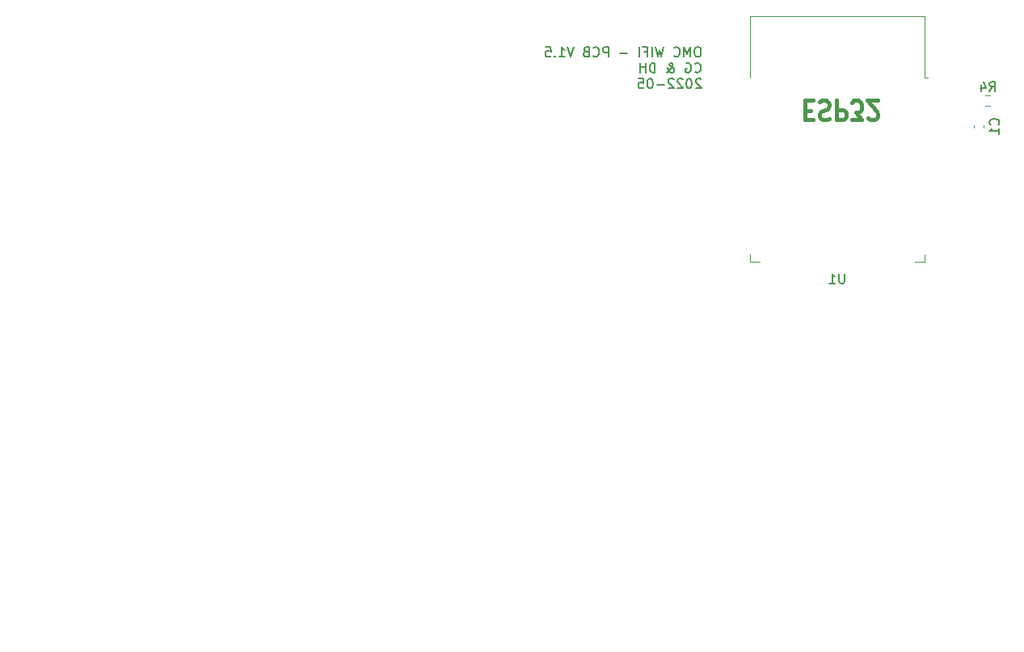
<source format=gbo>
G04 #@! TF.GenerationSoftware,KiCad,Pcbnew,(5.1.12)-1*
G04 #@! TF.CreationDate,2022-05-31T10:14:08-04:00*
G04 #@! TF.ProjectId,OMC_WIFI_PCB,4f4d435f-5749-4464-995f-5043422e6b69,rev?*
G04 #@! TF.SameCoordinates,Original*
G04 #@! TF.FileFunction,Legend,Bot*
G04 #@! TF.FilePolarity,Positive*
%FSLAX46Y46*%
G04 Gerber Fmt 4.6, Leading zero omitted, Abs format (unit mm)*
G04 Created by KiCad (PCBNEW (5.1.12)-1) date 2022-05-31 10:14:08*
%MOMM*%
%LPD*%
G01*
G04 APERTURE LIST*
%ADD10C,0.437500*%
%ADD11C,0.150000*%
%ADD12C,0.120000*%
%ADD13C,0.100000*%
%ADD14O,5.100000X7.100000*%
%ADD15O,1.800000X1.800000*%
%ADD16C,1.800000*%
%ADD17O,3.100000X3.100000*%
%ADD18C,3.216000*%
%ADD19C,1.750000*%
%ADD20C,2.400000*%
%ADD21C,3.100000*%
%ADD22C,2.450000*%
G04 APERTURE END LIST*
D10*
X659650000Y971557142D02*
X660233333Y971557142D01*
X660483333Y972604761D02*
X659650000Y972604761D01*
X659650000Y970604761D01*
X660483333Y970604761D01*
X661150000Y972509523D02*
X661400000Y972604761D01*
X661816666Y972604761D01*
X661983333Y972509523D01*
X662066666Y972414285D01*
X662150000Y972223809D01*
X662150000Y972033333D01*
X662066666Y971842857D01*
X661983333Y971747619D01*
X661816666Y971652380D01*
X661483333Y971557142D01*
X661316666Y971461904D01*
X661233333Y971366666D01*
X661150000Y971176190D01*
X661150000Y970985714D01*
X661233333Y970795238D01*
X661316666Y970700000D01*
X661483333Y970604761D01*
X661900000Y970604761D01*
X662150000Y970700000D01*
X662900000Y972604761D02*
X662900000Y970604761D01*
X663566666Y970604761D01*
X663733333Y970700000D01*
X663816666Y970795238D01*
X663900000Y970985714D01*
X663900000Y971271428D01*
X663816666Y971461904D01*
X663733333Y971557142D01*
X663566666Y971652380D01*
X662900000Y971652380D01*
X664483333Y970604761D02*
X665566666Y970604761D01*
X664983333Y971366666D01*
X665233333Y971366666D01*
X665400000Y971461904D01*
X665483333Y971557142D01*
X665566666Y971747619D01*
X665566666Y972223809D01*
X665483333Y972414285D01*
X665400000Y972509523D01*
X665233333Y972604761D01*
X664733333Y972604761D01*
X664566666Y972509523D01*
X664483333Y972414285D01*
X666233333Y970795238D02*
X666316666Y970700000D01*
X666483333Y970604761D01*
X666900000Y970604761D01*
X667066666Y970700000D01*
X667150000Y970795238D01*
X667233333Y970985714D01*
X667233333Y971176190D01*
X667150000Y971461904D01*
X666150000Y972604761D01*
X667233333Y972604761D01*
D11*
X648473928Y978197619D02*
X648283452Y978197619D01*
X648188214Y978150000D01*
X648092976Y978054761D01*
X648045357Y977864285D01*
X648045357Y977530952D01*
X648092976Y977340476D01*
X648188214Y977245238D01*
X648283452Y977197619D01*
X648473928Y977197619D01*
X648569166Y977245238D01*
X648664404Y977340476D01*
X648712023Y977530952D01*
X648712023Y977864285D01*
X648664404Y978054761D01*
X648569166Y978150000D01*
X648473928Y978197619D01*
X647616785Y977197619D02*
X647616785Y978197619D01*
X647283452Y977483333D01*
X646950119Y978197619D01*
X646950119Y977197619D01*
X645902500Y977292857D02*
X645950119Y977245238D01*
X646092976Y977197619D01*
X646188214Y977197619D01*
X646331071Y977245238D01*
X646426309Y977340476D01*
X646473928Y977435714D01*
X646521547Y977626190D01*
X646521547Y977769047D01*
X646473928Y977959523D01*
X646426309Y978054761D01*
X646331071Y978150000D01*
X646188214Y978197619D01*
X646092976Y978197619D01*
X645950119Y978150000D01*
X645902500Y978102380D01*
X644807261Y978197619D02*
X644569166Y977197619D01*
X644378690Y977911904D01*
X644188214Y977197619D01*
X643950119Y978197619D01*
X643569166Y977197619D02*
X643569166Y978197619D01*
X642759642Y977721428D02*
X643092976Y977721428D01*
X643092976Y977197619D02*
X643092976Y978197619D01*
X642616785Y978197619D01*
X642235833Y977197619D02*
X642235833Y978197619D01*
X640997738Y977578571D02*
X640235833Y977578571D01*
X638997738Y977197619D02*
X638997738Y978197619D01*
X638616785Y978197619D01*
X638521547Y978150000D01*
X638473928Y978102380D01*
X638426309Y978007142D01*
X638426309Y977864285D01*
X638473928Y977769047D01*
X638521547Y977721428D01*
X638616785Y977673809D01*
X638997738Y977673809D01*
X637426309Y977292857D02*
X637473928Y977245238D01*
X637616785Y977197619D01*
X637712023Y977197619D01*
X637854880Y977245238D01*
X637950119Y977340476D01*
X637997738Y977435714D01*
X638045357Y977626190D01*
X638045357Y977769047D01*
X637997738Y977959523D01*
X637950119Y978054761D01*
X637854880Y978150000D01*
X637712023Y978197619D01*
X637616785Y978197619D01*
X637473928Y978150000D01*
X637426309Y978102380D01*
X636664404Y977721428D02*
X636521547Y977673809D01*
X636473928Y977626190D01*
X636426309Y977530952D01*
X636426309Y977388095D01*
X636473928Y977292857D01*
X636521547Y977245238D01*
X636616785Y977197619D01*
X636997738Y977197619D01*
X636997738Y978197619D01*
X636664404Y978197619D01*
X636569166Y978150000D01*
X636521547Y978102380D01*
X636473928Y978007142D01*
X636473928Y977911904D01*
X636521547Y977816666D01*
X636569166Y977769047D01*
X636664404Y977721428D01*
X636997738Y977721428D01*
X635378690Y978197619D02*
X635045357Y977197619D01*
X634712023Y978197619D01*
X633854880Y977197619D02*
X634426309Y977197619D01*
X634140595Y977197619D02*
X634140595Y978197619D01*
X634235833Y978054761D01*
X634331071Y977959523D01*
X634426309Y977911904D01*
X633426309Y977292857D02*
X633378690Y977245238D01*
X633426309Y977197619D01*
X633473928Y977245238D01*
X633426309Y977292857D01*
X633426309Y977197619D01*
X632473928Y978197619D02*
X632950119Y978197619D01*
X632997738Y977721428D01*
X632950119Y977769047D01*
X632854880Y977816666D01*
X632616785Y977816666D01*
X632521547Y977769047D01*
X632473928Y977721428D01*
X632426309Y977626190D01*
X632426309Y977388095D01*
X632473928Y977292857D01*
X632521547Y977245238D01*
X632616785Y977197619D01*
X632854880Y977197619D01*
X632950119Y977245238D01*
X632997738Y977292857D01*
X648092976Y975642857D02*
X648140595Y975595238D01*
X648283452Y975547619D01*
X648378690Y975547619D01*
X648521547Y975595238D01*
X648616785Y975690476D01*
X648664404Y975785714D01*
X648712023Y975976190D01*
X648712023Y976119047D01*
X648664404Y976309523D01*
X648616785Y976404761D01*
X648521547Y976500000D01*
X648378690Y976547619D01*
X648283452Y976547619D01*
X648140595Y976500000D01*
X648092976Y976452380D01*
X647140595Y976500000D02*
X647235833Y976547619D01*
X647378690Y976547619D01*
X647521547Y976500000D01*
X647616785Y976404761D01*
X647664404Y976309523D01*
X647712023Y976119047D01*
X647712023Y975976190D01*
X647664404Y975785714D01*
X647616785Y975690476D01*
X647521547Y975595238D01*
X647378690Y975547619D01*
X647283452Y975547619D01*
X647140595Y975595238D01*
X647092976Y975642857D01*
X647092976Y975976190D01*
X647283452Y975976190D01*
X645092976Y975547619D02*
X645140595Y975547619D01*
X645235833Y975595238D01*
X645378690Y975738095D01*
X645616785Y976023809D01*
X645712023Y976166666D01*
X645759642Y976309523D01*
X645759642Y976404761D01*
X645712023Y976500000D01*
X645616785Y976547619D01*
X645569166Y976547619D01*
X645473928Y976500000D01*
X645426309Y976404761D01*
X645426309Y976357142D01*
X645473928Y976261904D01*
X645521547Y976214285D01*
X645807261Y976023809D01*
X645854880Y975976190D01*
X645902500Y975880952D01*
X645902500Y975738095D01*
X645854880Y975642857D01*
X645807261Y975595238D01*
X645712023Y975547619D01*
X645569166Y975547619D01*
X645473928Y975595238D01*
X645426309Y975642857D01*
X645283452Y975833333D01*
X645235833Y975976190D01*
X645235833Y976071428D01*
X643902500Y975547619D02*
X643902500Y976547619D01*
X643664404Y976547619D01*
X643521547Y976500000D01*
X643426309Y976404761D01*
X643378690Y976309523D01*
X643331071Y976119047D01*
X643331071Y975976190D01*
X643378690Y975785714D01*
X643426309Y975690476D01*
X643521547Y975595238D01*
X643664404Y975547619D01*
X643902500Y975547619D01*
X642902500Y975547619D02*
X642902500Y976547619D01*
X642902500Y976071428D02*
X642331071Y976071428D01*
X642331071Y975547619D02*
X642331071Y976547619D01*
X648712023Y974802380D02*
X648664404Y974850000D01*
X648569166Y974897619D01*
X648331071Y974897619D01*
X648235833Y974850000D01*
X648188214Y974802380D01*
X648140595Y974707142D01*
X648140595Y974611904D01*
X648188214Y974469047D01*
X648759642Y973897619D01*
X648140595Y973897619D01*
X647521547Y974897619D02*
X647426309Y974897619D01*
X647331071Y974850000D01*
X647283452Y974802380D01*
X647235833Y974707142D01*
X647188214Y974516666D01*
X647188214Y974278571D01*
X647235833Y974088095D01*
X647283452Y973992857D01*
X647331071Y973945238D01*
X647426309Y973897619D01*
X647521547Y973897619D01*
X647616785Y973945238D01*
X647664404Y973992857D01*
X647712023Y974088095D01*
X647759642Y974278571D01*
X647759642Y974516666D01*
X647712023Y974707142D01*
X647664404Y974802380D01*
X647616785Y974850000D01*
X647521547Y974897619D01*
X646807261Y974802380D02*
X646759642Y974850000D01*
X646664404Y974897619D01*
X646426309Y974897619D01*
X646331071Y974850000D01*
X646283452Y974802380D01*
X646235833Y974707142D01*
X646235833Y974611904D01*
X646283452Y974469047D01*
X646854880Y973897619D01*
X646235833Y973897619D01*
X645854880Y974802380D02*
X645807261Y974850000D01*
X645712023Y974897619D01*
X645473928Y974897619D01*
X645378690Y974850000D01*
X645331071Y974802380D01*
X645283452Y974707142D01*
X645283452Y974611904D01*
X645331071Y974469047D01*
X645902500Y973897619D01*
X645283452Y973897619D01*
X644854880Y974278571D02*
X644092976Y974278571D01*
X643426309Y974897619D02*
X643331071Y974897619D01*
X643235833Y974850000D01*
X643188214Y974802380D01*
X643140595Y974707142D01*
X643092976Y974516666D01*
X643092976Y974278571D01*
X643140595Y974088095D01*
X643188214Y973992857D01*
X643235833Y973945238D01*
X643331071Y973897619D01*
X643426309Y973897619D01*
X643521547Y973945238D01*
X643569166Y973992857D01*
X643616785Y974088095D01*
X643664404Y974278571D01*
X643664404Y974516666D01*
X643616785Y974707142D01*
X643569166Y974802380D01*
X643521547Y974850000D01*
X643426309Y974897619D01*
X642188214Y974897619D02*
X642664404Y974897619D01*
X642712023Y974421428D01*
X642664404Y974469047D01*
X642569166Y974516666D01*
X642331071Y974516666D01*
X642235833Y974469047D01*
X642188214Y974421428D01*
X642140595Y974326190D01*
X642140595Y974088095D01*
X642188214Y973992857D01*
X642235833Y973945238D01*
X642331071Y973897619D01*
X642569166Y973897619D01*
X642664404Y973945238D01*
X642712023Y973992857D01*
D12*
X594500000Y936500000D02*
X581900000Y936500000D01*
X594500000Y928500000D02*
X592200000Y920500000D01*
X584200000Y920500000D02*
X581900000Y928500000D01*
X581900000Y928500000D02*
G75*
G02*
X581900000Y936500000I0J4000000D01*
G01*
X594500000Y936500000D02*
G75*
G02*
X594500000Y928500000I0J-4000000D01*
G01*
X592200000Y920500000D02*
G75*
G02*
X584200000Y920500000I-4000000J0D01*
G01*
X679042224Y972077500D02*
X678532776Y972077500D01*
X679042224Y973122500D02*
X678532776Y973122500D01*
X678360000Y970046267D02*
X678360000Y969753733D01*
X677340000Y970046267D02*
X677340000Y969753733D01*
X672120000Y956495000D02*
X672120000Y955715000D01*
X672120000Y955715000D02*
X671120000Y955715000D01*
X653880000Y956495000D02*
X653880000Y955715000D01*
X653880000Y955715000D02*
X654880000Y955715000D01*
X672120000Y981460000D02*
X653880000Y981460000D01*
X653880000Y981460000D02*
X653880000Y975040000D01*
X672120000Y981460000D02*
X672120000Y975040000D01*
X672120000Y975040000D02*
X672500000Y975040000D01*
D11*
X678954166Y973577619D02*
X679287500Y974053809D01*
X679525595Y973577619D02*
X679525595Y974577619D01*
X679144642Y974577619D01*
X679049404Y974530000D01*
X679001785Y974482380D01*
X678954166Y974387142D01*
X678954166Y974244285D01*
X679001785Y974149047D01*
X679049404Y974101428D01*
X679144642Y974053809D01*
X679525595Y974053809D01*
X678097023Y974244285D02*
X678097023Y973577619D01*
X678335119Y974625238D02*
X678573214Y973910952D01*
X677954166Y973910952D01*
X679857142Y970066666D02*
X679904761Y970114285D01*
X679952380Y970257142D01*
X679952380Y970352380D01*
X679904761Y970495238D01*
X679809523Y970590476D01*
X679714285Y970638095D01*
X679523809Y970685714D01*
X679380952Y970685714D01*
X679190476Y970638095D01*
X679095238Y970590476D01*
X679000000Y970495238D01*
X678952380Y970352380D01*
X678952380Y970257142D01*
X679000000Y970114285D01*
X679047619Y970066666D01*
X679952380Y969114285D02*
X679952380Y969685714D01*
X679952380Y969400000D02*
X678952380Y969400000D01*
X679095238Y969495238D01*
X679190476Y969590476D01*
X679238095Y969685714D01*
X663761904Y954447619D02*
X663761904Y953638095D01*
X663714285Y953542857D01*
X663666666Y953495238D01*
X663571428Y953447619D01*
X663380952Y953447619D01*
X663285714Y953495238D01*
X663238095Y953542857D01*
X663190476Y953638095D01*
X663190476Y954447619D01*
X662190476Y953447619D02*
X662761904Y953447619D01*
X662476190Y953447619D02*
X662476190Y954447619D01*
X662571428Y954304761D01*
X662666666Y954209523D01*
X662761904Y954161904D01*
%LPC*%
D13*
G36*
X632000000Y955900000D02*
G01*
X652000000Y955900000D01*
X657000000Y950600000D01*
X657000000Y942500000D01*
X646200000Y931900000D01*
X632000000Y931900000D01*
X622400000Y922500000D01*
X608600000Y922500000D01*
X608600000Y914700000D01*
X576000000Y914700000D01*
X576000000Y966200000D01*
X621000000Y966200000D01*
X632000000Y955900000D01*
G37*
X632000000Y955900000D02*
X652000000Y955900000D01*
X657000000Y950600000D01*
X657000000Y942500000D01*
X646200000Y931900000D01*
X632000000Y931900000D01*
X622400000Y922500000D01*
X608600000Y922500000D01*
X608600000Y914700000D01*
X576000000Y914700000D01*
X576000000Y966200000D01*
X621000000Y966200000D01*
X632000000Y955900000D01*
G36*
G01*
X602750000Y953658063D02*
X602750000Y956341937D01*
G75*
G02*
X603008063Y956600000I258063J0D01*
G01*
X605691937Y956600000D01*
G75*
G02*
X605950000Y956341937I0J-258063D01*
G01*
X605950000Y953658063D01*
G75*
G02*
X605691937Y953400000I-258063J0D01*
G01*
X603008063Y953400000D01*
G75*
G02*
X602750000Y953658063I0J258063D01*
G01*
G37*
G36*
G01*
X602750000Y945858063D02*
X602750000Y948541937D01*
G75*
G02*
X603008063Y948800000I258063J0D01*
G01*
X605691937Y948800000D01*
G75*
G02*
X605950000Y948541937I0J-258063D01*
G01*
X605950000Y945858063D01*
G75*
G02*
X605691937Y945600000I-258063J0D01*
G01*
X603008063Y945600000D01*
G75*
G02*
X602750000Y945858063I0J258063D01*
G01*
G37*
G36*
G01*
X577500000Y952375000D02*
X577500000Y954425000D01*
G75*
G02*
X578525000Y955450000I1025000J0D01*
G01*
X585075000Y955450000D01*
G75*
G02*
X586100000Y954425000I0J-1025000D01*
G01*
X586100000Y952375000D01*
G75*
G02*
X585075000Y951350000I-1025000J0D01*
G01*
X578525000Y951350000D01*
G75*
G02*
X577500000Y952375000I0J1025000D01*
G01*
G37*
G36*
G01*
X590300000Y952375000D02*
X590300000Y954425000D01*
G75*
G02*
X591325000Y955450000I1025000J0D01*
G01*
X597875000Y955450000D01*
G75*
G02*
X598900000Y954425000I0J-1025000D01*
G01*
X598900000Y952375000D01*
G75*
G02*
X597875000Y951350000I-1025000J0D01*
G01*
X591325000Y951350000D01*
G75*
G02*
X590300000Y952375000I0J1025000D01*
G01*
G37*
G36*
G01*
X583900000Y946175000D02*
X583900000Y948225000D01*
G75*
G02*
X584925000Y949250000I1025000J0D01*
G01*
X591475000Y949250000D01*
G75*
G02*
X592500000Y948225000I0J-1025000D01*
G01*
X592500000Y946175000D01*
G75*
G02*
X591475000Y945150000I-1025000J0D01*
G01*
X584925000Y945150000D01*
G75*
G02*
X583900000Y946175000I0J1025000D01*
G01*
G37*
D14*
X594500000Y932600000D03*
X581900000Y932500000D03*
X588200000Y920600000D03*
D15*
X663350000Y948650000D03*
X663350000Y946110000D03*
X663350000Y943570000D03*
X663350000Y941030000D03*
X663350000Y938490000D03*
G36*
G01*
X664250000Y936800000D02*
X664250000Y935100000D01*
G75*
G02*
X664200000Y935050000I-50000J0D01*
G01*
X662500000Y935050000D01*
G75*
G02*
X662450000Y935100000I0J50000D01*
G01*
X662450000Y936800000D01*
G75*
G02*
X662500000Y936850000I50000J0D01*
G01*
X664200000Y936850000D01*
G75*
G02*
X664250000Y936800000I0J-50000D01*
G01*
G37*
X673450000Y946110000D03*
X673450000Y943570000D03*
X673450000Y941030000D03*
X673450000Y948650000D03*
X673450000Y938490000D03*
G36*
G01*
X674350000Y936800000D02*
X674350000Y935100000D01*
G75*
G02*
X674300000Y935050000I-50000J0D01*
G01*
X672600000Y935050000D01*
G75*
G02*
X672550000Y935100000I0J50000D01*
G01*
X672550000Y936800000D01*
G75*
G02*
X672600000Y936850000I50000J0D01*
G01*
X674300000Y936850000D01*
G75*
G02*
X674350000Y936800000I0J-50000D01*
G01*
G37*
G36*
G01*
X679100000Y952550000D02*
X679100000Y954250000D01*
G75*
G02*
X679150000Y954300000I50000J0D01*
G01*
X680850000Y954300000D01*
G75*
G02*
X680900000Y954250000I0J-50000D01*
G01*
X680900000Y952550000D01*
G75*
G02*
X680850000Y952500000I-50000J0D01*
G01*
X679150000Y952500000D01*
G75*
G02*
X679100000Y952550000I0J50000D01*
G01*
G37*
X636330000Y918900000D03*
X633790000Y918900000D03*
G36*
G01*
X632100000Y918000000D02*
X630400000Y918000000D01*
G75*
G02*
X630350000Y918050000I0J50000D01*
G01*
X630350000Y919750000D01*
G75*
G02*
X630400000Y919800000I50000J0D01*
G01*
X632100000Y919800000D01*
G75*
G02*
X632150000Y919750000I0J-50000D01*
G01*
X632150000Y918050000D01*
G75*
G02*
X632100000Y918000000I-50000J0D01*
G01*
G37*
D16*
X675550000Y962050000D03*
X675550000Y964550000D03*
X675550000Y967050000D03*
X675550000Y969550000D03*
D17*
X612800000Y973400000D03*
X612800000Y968320000D03*
X612800000Y963280000D03*
G36*
G01*
X611250000Y956660000D02*
X611250000Y959660000D01*
G75*
G02*
X611300000Y959710000I50000J0D01*
G01*
X614300000Y959710000D01*
G75*
G02*
X614350000Y959660000I0J-50000D01*
G01*
X614350000Y956660000D01*
G75*
G02*
X614300000Y956610000I-50000J0D01*
G01*
X611300000Y956610000D01*
G75*
G02*
X611250000Y956660000I0J50000D01*
G01*
G37*
D18*
X611300000Y944350000D03*
X621400000Y926550000D03*
X618900000Y944350000D03*
D19*
X634100000Y940550000D03*
X634100000Y930350000D03*
D18*
X636600000Y935450000D03*
G36*
G01*
X678412500Y972862500D02*
X678412500Y972337500D01*
G75*
G02*
X678150000Y972075000I-262500J0D01*
G01*
X677600000Y972075000D01*
G75*
G02*
X677337500Y972337500I0J262500D01*
G01*
X677337500Y972862500D01*
G75*
G02*
X677600000Y973125000I262500J0D01*
G01*
X678150000Y973125000D01*
G75*
G02*
X678412500Y972862500I0J-262500D01*
G01*
G37*
G36*
G01*
X680237500Y972862500D02*
X680237500Y972337500D01*
G75*
G02*
X679975000Y972075000I-262500J0D01*
G01*
X679425000Y972075000D01*
G75*
G02*
X679162500Y972337500I0J262500D01*
G01*
X679162500Y972862500D01*
G75*
G02*
X679425000Y973125000I262500J0D01*
G01*
X679975000Y973125000D01*
G75*
G02*
X680237500Y972862500I0J-262500D01*
G01*
G37*
D15*
X664700000Y922200000D03*
G36*
G01*
X665600000Y920510000D02*
X665600000Y918810000D01*
G75*
G02*
X665550000Y918760000I-50000J0D01*
G01*
X663850000Y918760000D01*
G75*
G02*
X663800000Y918810000I0J50000D01*
G01*
X663800000Y920510000D01*
G75*
G02*
X663850000Y920560000I50000J0D01*
G01*
X665550000Y920560000D01*
G75*
G02*
X665600000Y920510000I0J-50000D01*
G01*
G37*
G36*
G01*
X677587500Y969625000D02*
X678112500Y969625000D01*
G75*
G02*
X678375000Y969362500I0J-262500D01*
G01*
X678375000Y968712500D01*
G75*
G02*
X678112500Y968450000I-262500J0D01*
G01*
X677587500Y968450000D01*
G75*
G02*
X677325000Y968712500I0J262500D01*
G01*
X677325000Y969362500D01*
G75*
G02*
X677587500Y969625000I262500J0D01*
G01*
G37*
G36*
G01*
X677587500Y971350000D02*
X678112500Y971350000D01*
G75*
G02*
X678375000Y971087500I0J-262500D01*
G01*
X678375000Y970437500D01*
G75*
G02*
X678112500Y970175000I-262500J0D01*
G01*
X677587500Y970175000D01*
G75*
G02*
X677325000Y970437500I0J262500D01*
G01*
X677325000Y971087500D01*
G75*
G02*
X677587500Y971350000I262500J0D01*
G01*
G37*
D20*
X659000000Y917950000D03*
G36*
G01*
X652300000Y948900000D02*
X655300000Y948900000D01*
G75*
G02*
X655350000Y948850000I0J-50000D01*
G01*
X655350000Y945850000D01*
G75*
G02*
X655300000Y945800000I-50000J0D01*
G01*
X652300000Y945800000D01*
G75*
G02*
X652250000Y945850000I0J50000D01*
G01*
X652250000Y948850000D01*
G75*
G02*
X652300000Y948900000I50000J0D01*
G01*
G37*
D21*
X648800000Y947350000D03*
D20*
X643600000Y917950000D03*
D15*
X664700000Y931380000D03*
X664700000Y928840000D03*
G36*
G01*
X665600000Y927150000D02*
X665600000Y925450000D01*
G75*
G02*
X665550000Y925400000I-50000J0D01*
G01*
X663850000Y925400000D01*
G75*
G02*
X663800000Y925450000I0J50000D01*
G01*
X663800000Y927150000D01*
G75*
G02*
X663850000Y927200000I50000J0D01*
G01*
X665550000Y927200000D01*
G75*
G02*
X665600000Y927150000I0J-50000D01*
G01*
G37*
D22*
X604500000Y918450000D03*
X604500000Y923450000D03*
X604500000Y938450000D03*
X604500000Y933450000D03*
D15*
X676850000Y931400000D03*
X676850000Y928860000D03*
X676850000Y926320000D03*
X676850000Y923780000D03*
X676850000Y921240000D03*
G36*
G01*
X677750000Y919550000D02*
X677750000Y917850000D01*
G75*
G02*
X677700000Y917800000I-50000J0D01*
G01*
X676000000Y917800000D01*
G75*
G02*
X675950000Y917850000I0J50000D01*
G01*
X675950000Y919550000D01*
G75*
G02*
X676000000Y919600000I50000J0D01*
G01*
X677700000Y919600000D01*
G75*
G02*
X677750000Y919550000I0J-50000D01*
G01*
G37*
G36*
G01*
X655550000Y974300000D02*
X655550000Y973400000D01*
G75*
G02*
X655500000Y973350000I-50000J0D01*
G01*
X653500000Y973350000D01*
G75*
G02*
X653450000Y973400000I0J50000D01*
G01*
X653450000Y974300000D01*
G75*
G02*
X653500000Y974350000I50000J0D01*
G01*
X655500000Y974350000D01*
G75*
G02*
X655550000Y974300000I0J-50000D01*
G01*
G37*
G36*
G01*
X655550000Y973030000D02*
X655550000Y972130000D01*
G75*
G02*
X655500000Y972080000I-50000J0D01*
G01*
X653500000Y972080000D01*
G75*
G02*
X653450000Y972130000I0J50000D01*
G01*
X653450000Y973030000D01*
G75*
G02*
X653500000Y973080000I50000J0D01*
G01*
X655500000Y973080000D01*
G75*
G02*
X655550000Y973030000I0J-50000D01*
G01*
G37*
G36*
G01*
X655550000Y971760000D02*
X655550000Y970860000D01*
G75*
G02*
X655500000Y970810000I-50000J0D01*
G01*
X653500000Y970810000D01*
G75*
G02*
X653450000Y970860000I0J50000D01*
G01*
X653450000Y971760000D01*
G75*
G02*
X653500000Y971810000I50000J0D01*
G01*
X655500000Y971810000D01*
G75*
G02*
X655550000Y971760000I0J-50000D01*
G01*
G37*
G36*
G01*
X655550000Y970490000D02*
X655550000Y969590000D01*
G75*
G02*
X655500000Y969540000I-50000J0D01*
G01*
X653500000Y969540000D01*
G75*
G02*
X653450000Y969590000I0J50000D01*
G01*
X653450000Y970490000D01*
G75*
G02*
X653500000Y970540000I50000J0D01*
G01*
X655500000Y970540000D01*
G75*
G02*
X655550000Y970490000I0J-50000D01*
G01*
G37*
G36*
G01*
X655550000Y969220000D02*
X655550000Y968320000D01*
G75*
G02*
X655500000Y968270000I-50000J0D01*
G01*
X653500000Y968270000D01*
G75*
G02*
X653450000Y968320000I0J50000D01*
G01*
X653450000Y969220000D01*
G75*
G02*
X653500000Y969270000I50000J0D01*
G01*
X655500000Y969270000D01*
G75*
G02*
X655550000Y969220000I0J-50000D01*
G01*
G37*
G36*
G01*
X655550000Y967950000D02*
X655550000Y967050000D01*
G75*
G02*
X655500000Y967000000I-50000J0D01*
G01*
X653500000Y967000000D01*
G75*
G02*
X653450000Y967050000I0J50000D01*
G01*
X653450000Y967950000D01*
G75*
G02*
X653500000Y968000000I50000J0D01*
G01*
X655500000Y968000000D01*
G75*
G02*
X655550000Y967950000I0J-50000D01*
G01*
G37*
G36*
G01*
X655550000Y966680000D02*
X655550000Y965780000D01*
G75*
G02*
X655500000Y965730000I-50000J0D01*
G01*
X653500000Y965730000D01*
G75*
G02*
X653450000Y965780000I0J50000D01*
G01*
X653450000Y966680000D01*
G75*
G02*
X653500000Y966730000I50000J0D01*
G01*
X655500000Y966730000D01*
G75*
G02*
X655550000Y966680000I0J-50000D01*
G01*
G37*
G36*
G01*
X655550000Y965410000D02*
X655550000Y964510000D01*
G75*
G02*
X655500000Y964460000I-50000J0D01*
G01*
X653500000Y964460000D01*
G75*
G02*
X653450000Y964510000I0J50000D01*
G01*
X653450000Y965410000D01*
G75*
G02*
X653500000Y965460000I50000J0D01*
G01*
X655500000Y965460000D01*
G75*
G02*
X655550000Y965410000I0J-50000D01*
G01*
G37*
G36*
G01*
X655550000Y964140000D02*
X655550000Y963240000D01*
G75*
G02*
X655500000Y963190000I-50000J0D01*
G01*
X653500000Y963190000D01*
G75*
G02*
X653450000Y963240000I0J50000D01*
G01*
X653450000Y964140000D01*
G75*
G02*
X653500000Y964190000I50000J0D01*
G01*
X655500000Y964190000D01*
G75*
G02*
X655550000Y964140000I0J-50000D01*
G01*
G37*
G36*
G01*
X655550000Y962870000D02*
X655550000Y961970000D01*
G75*
G02*
X655500000Y961920000I-50000J0D01*
G01*
X653500000Y961920000D01*
G75*
G02*
X653450000Y961970000I0J50000D01*
G01*
X653450000Y962870000D01*
G75*
G02*
X653500000Y962920000I50000J0D01*
G01*
X655500000Y962920000D01*
G75*
G02*
X655550000Y962870000I0J-50000D01*
G01*
G37*
G36*
G01*
X655550000Y961600000D02*
X655550000Y960700000D01*
G75*
G02*
X655500000Y960650000I-50000J0D01*
G01*
X653500000Y960650000D01*
G75*
G02*
X653450000Y960700000I0J50000D01*
G01*
X653450000Y961600000D01*
G75*
G02*
X653500000Y961650000I50000J0D01*
G01*
X655500000Y961650000D01*
G75*
G02*
X655550000Y961600000I0J-50000D01*
G01*
G37*
G36*
G01*
X655550000Y960330000D02*
X655550000Y959430000D01*
G75*
G02*
X655500000Y959380000I-50000J0D01*
G01*
X653500000Y959380000D01*
G75*
G02*
X653450000Y959430000I0J50000D01*
G01*
X653450000Y960330000D01*
G75*
G02*
X653500000Y960380000I50000J0D01*
G01*
X655500000Y960380000D01*
G75*
G02*
X655550000Y960330000I0J-50000D01*
G01*
G37*
G36*
G01*
X655550000Y959060000D02*
X655550000Y958160000D01*
G75*
G02*
X655500000Y958110000I-50000J0D01*
G01*
X653500000Y958110000D01*
G75*
G02*
X653450000Y958160000I0J50000D01*
G01*
X653450000Y959060000D01*
G75*
G02*
X653500000Y959110000I50000J0D01*
G01*
X655500000Y959110000D01*
G75*
G02*
X655550000Y959060000I0J-50000D01*
G01*
G37*
G36*
G01*
X655550000Y957790000D02*
X655550000Y956890000D01*
G75*
G02*
X655500000Y956840000I-50000J0D01*
G01*
X653500000Y956840000D01*
G75*
G02*
X653450000Y956890000I0J50000D01*
G01*
X653450000Y957790000D01*
G75*
G02*
X653500000Y957840000I50000J0D01*
G01*
X655500000Y957840000D01*
G75*
G02*
X655550000Y957790000I0J-50000D01*
G01*
G37*
G36*
G01*
X657735000Y955290000D02*
X656835000Y955290000D01*
G75*
G02*
X656785000Y955340000I0J50000D01*
G01*
X656785000Y957340000D01*
G75*
G02*
X656835000Y957390000I50000J0D01*
G01*
X657735000Y957390000D01*
G75*
G02*
X657785000Y957340000I0J-50000D01*
G01*
X657785000Y955340000D01*
G75*
G02*
X657735000Y955290000I-50000J0D01*
G01*
G37*
G36*
G01*
X659005000Y955290000D02*
X658105000Y955290000D01*
G75*
G02*
X658055000Y955340000I0J50000D01*
G01*
X658055000Y957340000D01*
G75*
G02*
X658105000Y957390000I50000J0D01*
G01*
X659005000Y957390000D01*
G75*
G02*
X659055000Y957340000I0J-50000D01*
G01*
X659055000Y955340000D01*
G75*
G02*
X659005000Y955290000I-50000J0D01*
G01*
G37*
G36*
G01*
X660275000Y955290000D02*
X659375000Y955290000D01*
G75*
G02*
X659325000Y955340000I0J50000D01*
G01*
X659325000Y957340000D01*
G75*
G02*
X659375000Y957390000I50000J0D01*
G01*
X660275000Y957390000D01*
G75*
G02*
X660325000Y957340000I0J-50000D01*
G01*
X660325000Y955340000D01*
G75*
G02*
X660275000Y955290000I-50000J0D01*
G01*
G37*
G36*
G01*
X661545000Y955290000D02*
X660645000Y955290000D01*
G75*
G02*
X660595000Y955340000I0J50000D01*
G01*
X660595000Y957340000D01*
G75*
G02*
X660645000Y957390000I50000J0D01*
G01*
X661545000Y957390000D01*
G75*
G02*
X661595000Y957340000I0J-50000D01*
G01*
X661595000Y955340000D01*
G75*
G02*
X661545000Y955290000I-50000J0D01*
G01*
G37*
G36*
G01*
X662815000Y955290000D02*
X661915000Y955290000D01*
G75*
G02*
X661865000Y955340000I0J50000D01*
G01*
X661865000Y957340000D01*
G75*
G02*
X661915000Y957390000I50000J0D01*
G01*
X662815000Y957390000D01*
G75*
G02*
X662865000Y957340000I0J-50000D01*
G01*
X662865000Y955340000D01*
G75*
G02*
X662815000Y955290000I-50000J0D01*
G01*
G37*
G36*
G01*
X664085000Y955290000D02*
X663185000Y955290000D01*
G75*
G02*
X663135000Y955340000I0J50000D01*
G01*
X663135000Y957340000D01*
G75*
G02*
X663185000Y957390000I50000J0D01*
G01*
X664085000Y957390000D01*
G75*
G02*
X664135000Y957340000I0J-50000D01*
G01*
X664135000Y955340000D01*
G75*
G02*
X664085000Y955290000I-50000J0D01*
G01*
G37*
G36*
G01*
X665355000Y955290000D02*
X664455000Y955290000D01*
G75*
G02*
X664405000Y955340000I0J50000D01*
G01*
X664405000Y957340000D01*
G75*
G02*
X664455000Y957390000I50000J0D01*
G01*
X665355000Y957390000D01*
G75*
G02*
X665405000Y957340000I0J-50000D01*
G01*
X665405000Y955340000D01*
G75*
G02*
X665355000Y955290000I-50000J0D01*
G01*
G37*
G36*
G01*
X666625000Y955290000D02*
X665725000Y955290000D01*
G75*
G02*
X665675000Y955340000I0J50000D01*
G01*
X665675000Y957340000D01*
G75*
G02*
X665725000Y957390000I50000J0D01*
G01*
X666625000Y957390000D01*
G75*
G02*
X666675000Y957340000I0J-50000D01*
G01*
X666675000Y955340000D01*
G75*
G02*
X666625000Y955290000I-50000J0D01*
G01*
G37*
G36*
G01*
X667895000Y955290000D02*
X666995000Y955290000D01*
G75*
G02*
X666945000Y955340000I0J50000D01*
G01*
X666945000Y957340000D01*
G75*
G02*
X666995000Y957390000I50000J0D01*
G01*
X667895000Y957390000D01*
G75*
G02*
X667945000Y957340000I0J-50000D01*
G01*
X667945000Y955340000D01*
G75*
G02*
X667895000Y955290000I-50000J0D01*
G01*
G37*
G36*
G01*
X669165000Y955290000D02*
X668265000Y955290000D01*
G75*
G02*
X668215000Y955340000I0J50000D01*
G01*
X668215000Y957340000D01*
G75*
G02*
X668265000Y957390000I50000J0D01*
G01*
X669165000Y957390000D01*
G75*
G02*
X669215000Y957340000I0J-50000D01*
G01*
X669215000Y955340000D01*
G75*
G02*
X669165000Y955290000I-50000J0D01*
G01*
G37*
G36*
G01*
X672550000Y957790000D02*
X672550000Y956890000D01*
G75*
G02*
X672500000Y956840000I-50000J0D01*
G01*
X670500000Y956840000D01*
G75*
G02*
X670450000Y956890000I0J50000D01*
G01*
X670450000Y957790000D01*
G75*
G02*
X670500000Y957840000I50000J0D01*
G01*
X672500000Y957840000D01*
G75*
G02*
X672550000Y957790000I0J-50000D01*
G01*
G37*
G36*
G01*
X672550000Y959060000D02*
X672550000Y958160000D01*
G75*
G02*
X672500000Y958110000I-50000J0D01*
G01*
X670500000Y958110000D01*
G75*
G02*
X670450000Y958160000I0J50000D01*
G01*
X670450000Y959060000D01*
G75*
G02*
X670500000Y959110000I50000J0D01*
G01*
X672500000Y959110000D01*
G75*
G02*
X672550000Y959060000I0J-50000D01*
G01*
G37*
G36*
G01*
X672550000Y960330000D02*
X672550000Y959430000D01*
G75*
G02*
X672500000Y959380000I-50000J0D01*
G01*
X670500000Y959380000D01*
G75*
G02*
X670450000Y959430000I0J50000D01*
G01*
X670450000Y960330000D01*
G75*
G02*
X670500000Y960380000I50000J0D01*
G01*
X672500000Y960380000D01*
G75*
G02*
X672550000Y960330000I0J-50000D01*
G01*
G37*
G36*
G01*
X672550000Y961600000D02*
X672550000Y960700000D01*
G75*
G02*
X672500000Y960650000I-50000J0D01*
G01*
X670500000Y960650000D01*
G75*
G02*
X670450000Y960700000I0J50000D01*
G01*
X670450000Y961600000D01*
G75*
G02*
X670500000Y961650000I50000J0D01*
G01*
X672500000Y961650000D01*
G75*
G02*
X672550000Y961600000I0J-50000D01*
G01*
G37*
G36*
G01*
X672550000Y962870000D02*
X672550000Y961970000D01*
G75*
G02*
X672500000Y961920000I-50000J0D01*
G01*
X670500000Y961920000D01*
G75*
G02*
X670450000Y961970000I0J50000D01*
G01*
X670450000Y962870000D01*
G75*
G02*
X670500000Y962920000I50000J0D01*
G01*
X672500000Y962920000D01*
G75*
G02*
X672550000Y962870000I0J-50000D01*
G01*
G37*
G36*
G01*
X672550000Y964140000D02*
X672550000Y963240000D01*
G75*
G02*
X672500000Y963190000I-50000J0D01*
G01*
X670500000Y963190000D01*
G75*
G02*
X670450000Y963240000I0J50000D01*
G01*
X670450000Y964140000D01*
G75*
G02*
X670500000Y964190000I50000J0D01*
G01*
X672500000Y964190000D01*
G75*
G02*
X672550000Y964140000I0J-50000D01*
G01*
G37*
G36*
G01*
X672550000Y965410000D02*
X672550000Y964510000D01*
G75*
G02*
X672500000Y964460000I-50000J0D01*
G01*
X670500000Y964460000D01*
G75*
G02*
X670450000Y964510000I0J50000D01*
G01*
X670450000Y965410000D01*
G75*
G02*
X670500000Y965460000I50000J0D01*
G01*
X672500000Y965460000D01*
G75*
G02*
X672550000Y965410000I0J-50000D01*
G01*
G37*
G36*
G01*
X672550000Y966680000D02*
X672550000Y965780000D01*
G75*
G02*
X672500000Y965730000I-50000J0D01*
G01*
X670500000Y965730000D01*
G75*
G02*
X670450000Y965780000I0J50000D01*
G01*
X670450000Y966680000D01*
G75*
G02*
X670500000Y966730000I50000J0D01*
G01*
X672500000Y966730000D01*
G75*
G02*
X672550000Y966680000I0J-50000D01*
G01*
G37*
G36*
G01*
X672550000Y967950000D02*
X672550000Y967050000D01*
G75*
G02*
X672500000Y967000000I-50000J0D01*
G01*
X670500000Y967000000D01*
G75*
G02*
X670450000Y967050000I0J50000D01*
G01*
X670450000Y967950000D01*
G75*
G02*
X670500000Y968000000I50000J0D01*
G01*
X672500000Y968000000D01*
G75*
G02*
X672550000Y967950000I0J-50000D01*
G01*
G37*
G36*
G01*
X672550000Y969220000D02*
X672550000Y968320000D01*
G75*
G02*
X672500000Y968270000I-50000J0D01*
G01*
X670500000Y968270000D01*
G75*
G02*
X670450000Y968320000I0J50000D01*
G01*
X670450000Y969220000D01*
G75*
G02*
X670500000Y969270000I50000J0D01*
G01*
X672500000Y969270000D01*
G75*
G02*
X672550000Y969220000I0J-50000D01*
G01*
G37*
G36*
G01*
X672550000Y970490000D02*
X672550000Y969590000D01*
G75*
G02*
X672500000Y969540000I-50000J0D01*
G01*
X670500000Y969540000D01*
G75*
G02*
X670450000Y969590000I0J50000D01*
G01*
X670450000Y970490000D01*
G75*
G02*
X670500000Y970540000I50000J0D01*
G01*
X672500000Y970540000D01*
G75*
G02*
X672550000Y970490000I0J-50000D01*
G01*
G37*
G36*
G01*
X672550000Y971760000D02*
X672550000Y970860000D01*
G75*
G02*
X672500000Y970810000I-50000J0D01*
G01*
X670500000Y970810000D01*
G75*
G02*
X670450000Y970860000I0J50000D01*
G01*
X670450000Y971760000D01*
G75*
G02*
X670500000Y971810000I50000J0D01*
G01*
X672500000Y971810000D01*
G75*
G02*
X672550000Y971760000I0J-50000D01*
G01*
G37*
G36*
G01*
X672550000Y973030000D02*
X672550000Y972130000D01*
G75*
G02*
X672500000Y972080000I-50000J0D01*
G01*
X670500000Y972080000D01*
G75*
G02*
X670450000Y972130000I0J50000D01*
G01*
X670450000Y973030000D01*
G75*
G02*
X670500000Y973080000I50000J0D01*
G01*
X672500000Y973080000D01*
G75*
G02*
X672550000Y973030000I0J-50000D01*
G01*
G37*
G36*
G01*
X672550000Y974300000D02*
X672550000Y973400000D01*
G75*
G02*
X672500000Y973350000I-50000J0D01*
G01*
X670500000Y973350000D01*
G75*
G02*
X670450000Y973400000I0J50000D01*
G01*
X670450000Y974300000D01*
G75*
G02*
X670500000Y974350000I50000J0D01*
G01*
X672500000Y974350000D01*
G75*
G02*
X672550000Y974300000I0J-50000D01*
G01*
G37*
G36*
G01*
X666550000Y968850000D02*
X666550000Y963850000D01*
G75*
G02*
X666500000Y963800000I-50000J0D01*
G01*
X661500000Y963800000D01*
G75*
G02*
X661450000Y963850000I0J50000D01*
G01*
X661450000Y968850000D01*
G75*
G02*
X661500000Y968900000I50000J0D01*
G01*
X666500000Y968900000D01*
G75*
G02*
X666550000Y968850000I0J-50000D01*
G01*
G37*
M02*

</source>
